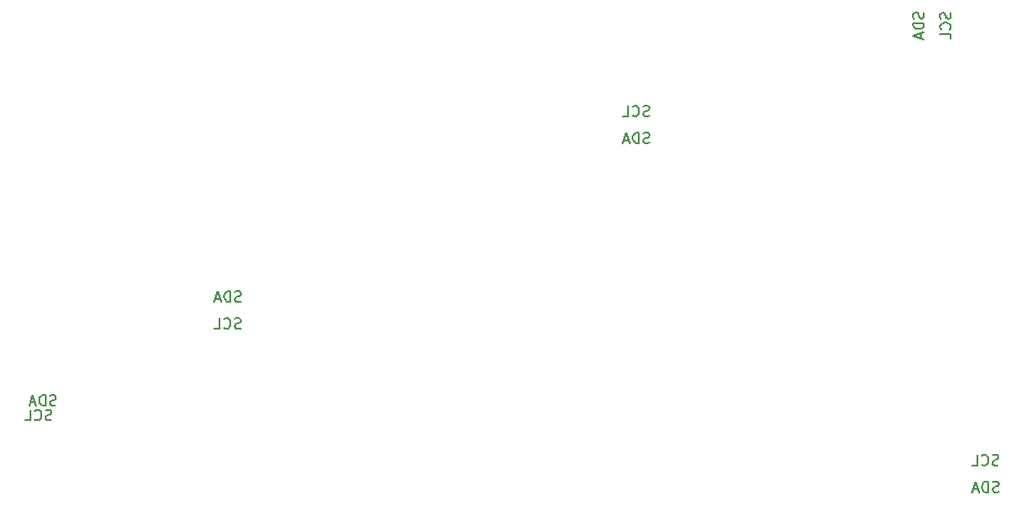
<source format=gbr>
G04 #@! TF.GenerationSoftware,KiCad,Pcbnew,5.1.2-f72e74a~84~ubuntu18.04.1*
G04 #@! TF.CreationDate,2019-06-01T21:14:53+08:00*
G04 #@! TF.ProjectId,esp12-lora-remote-station,65737031-322d-46c6-9f72-612d72656d6f,rev?*
G04 #@! TF.SameCoordinates,Original*
G04 #@! TF.FileFunction,Legend,Bot*
G04 #@! TF.FilePolarity,Positive*
%FSLAX46Y46*%
G04 Gerber Fmt 4.6, Leading zero omitted, Abs format (unit mm)*
G04 Created by KiCad (PCBNEW 5.1.2-f72e74a~84~ubuntu18.04.1) date 2019-06-01 21:14:53*
%MOMM*%
%LPD*%
G04 APERTURE LIST*
%ADD10C,0.150000*%
G04 APERTURE END LIST*
D10*
X71912285Y-87404761D02*
X71769428Y-87452380D01*
X71531333Y-87452380D01*
X71436095Y-87404761D01*
X71388476Y-87357142D01*
X71340857Y-87261904D01*
X71340857Y-87166666D01*
X71388476Y-87071428D01*
X71436095Y-87023809D01*
X71531333Y-86976190D01*
X71721809Y-86928571D01*
X71817047Y-86880952D01*
X71864666Y-86833333D01*
X71912285Y-86738095D01*
X71912285Y-86642857D01*
X71864666Y-86547619D01*
X71817047Y-86500000D01*
X71721809Y-86452380D01*
X71483714Y-86452380D01*
X71340857Y-86500000D01*
X70912285Y-87452380D02*
X70912285Y-86452380D01*
X70674190Y-86452380D01*
X70531333Y-86500000D01*
X70436095Y-86595238D01*
X70388476Y-86690476D01*
X70340857Y-86880952D01*
X70340857Y-87023809D01*
X70388476Y-87214285D01*
X70436095Y-87309523D01*
X70531333Y-87404761D01*
X70674190Y-87452380D01*
X70912285Y-87452380D01*
X69959904Y-87166666D02*
X69483714Y-87166666D01*
X70055142Y-87452380D02*
X69721809Y-86452380D01*
X69388476Y-87452380D01*
X71888476Y-89944761D02*
X71745619Y-89992380D01*
X71507523Y-89992380D01*
X71412285Y-89944761D01*
X71364666Y-89897142D01*
X71317047Y-89801904D01*
X71317047Y-89706666D01*
X71364666Y-89611428D01*
X71412285Y-89563809D01*
X71507523Y-89516190D01*
X71698000Y-89468571D01*
X71793238Y-89420952D01*
X71840857Y-89373333D01*
X71888476Y-89278095D01*
X71888476Y-89182857D01*
X71840857Y-89087619D01*
X71793238Y-89040000D01*
X71698000Y-88992380D01*
X71459904Y-88992380D01*
X71317047Y-89040000D01*
X70317047Y-89897142D02*
X70364666Y-89944761D01*
X70507523Y-89992380D01*
X70602761Y-89992380D01*
X70745619Y-89944761D01*
X70840857Y-89849523D01*
X70888476Y-89754285D01*
X70936095Y-89563809D01*
X70936095Y-89420952D01*
X70888476Y-89230476D01*
X70840857Y-89135238D01*
X70745619Y-89040000D01*
X70602761Y-88992380D01*
X70507523Y-88992380D01*
X70364666Y-89040000D01*
X70317047Y-89087619D01*
X69412285Y-89992380D02*
X69888476Y-89992380D01*
X69888476Y-88992380D01*
X136404761Y-60087714D02*
X136452380Y-60230571D01*
X136452380Y-60468666D01*
X136404761Y-60563904D01*
X136357142Y-60611523D01*
X136261904Y-60659142D01*
X136166666Y-60659142D01*
X136071428Y-60611523D01*
X136023809Y-60563904D01*
X135976190Y-60468666D01*
X135928571Y-60278190D01*
X135880952Y-60182952D01*
X135833333Y-60135333D01*
X135738095Y-60087714D01*
X135642857Y-60087714D01*
X135547619Y-60135333D01*
X135500000Y-60182952D01*
X135452380Y-60278190D01*
X135452380Y-60516285D01*
X135500000Y-60659142D01*
X136452380Y-61087714D02*
X135452380Y-61087714D01*
X135452380Y-61325809D01*
X135500000Y-61468666D01*
X135595238Y-61563904D01*
X135690476Y-61611523D01*
X135880952Y-61659142D01*
X136023809Y-61659142D01*
X136214285Y-61611523D01*
X136309523Y-61563904D01*
X136404761Y-61468666D01*
X136452380Y-61325809D01*
X136452380Y-61087714D01*
X136166666Y-62040095D02*
X136166666Y-62516285D01*
X136452380Y-61944857D02*
X135452380Y-62278190D01*
X136452380Y-62611523D01*
X138944761Y-60111523D02*
X138992380Y-60254380D01*
X138992380Y-60492476D01*
X138944761Y-60587714D01*
X138897142Y-60635333D01*
X138801904Y-60682952D01*
X138706666Y-60682952D01*
X138611428Y-60635333D01*
X138563809Y-60587714D01*
X138516190Y-60492476D01*
X138468571Y-60302000D01*
X138420952Y-60206761D01*
X138373333Y-60159142D01*
X138278095Y-60111523D01*
X138182857Y-60111523D01*
X138087619Y-60159142D01*
X138040000Y-60206761D01*
X137992380Y-60302000D01*
X137992380Y-60540095D01*
X138040000Y-60682952D01*
X138897142Y-61682952D02*
X138944761Y-61635333D01*
X138992380Y-61492476D01*
X138992380Y-61397238D01*
X138944761Y-61254380D01*
X138849523Y-61159142D01*
X138754285Y-61111523D01*
X138563809Y-61063904D01*
X138420952Y-61063904D01*
X138230476Y-61111523D01*
X138135238Y-61159142D01*
X138040000Y-61254380D01*
X137992380Y-61397238D01*
X137992380Y-61492476D01*
X138040000Y-61635333D01*
X138087619Y-61682952D01*
X138992380Y-62587714D02*
X138992380Y-62111523D01*
X137992380Y-62111523D01*
X54414284Y-97204760D02*
X54271427Y-97252379D01*
X54033332Y-97252379D01*
X53938094Y-97204760D01*
X53890475Y-97157141D01*
X53842856Y-97061903D01*
X53842856Y-96966665D01*
X53890475Y-96871427D01*
X53938094Y-96823808D01*
X54033332Y-96776189D01*
X54223808Y-96728570D01*
X54319046Y-96680951D01*
X54366665Y-96633332D01*
X54414284Y-96538094D01*
X54414284Y-96442856D01*
X54366665Y-96347618D01*
X54319046Y-96299999D01*
X54223808Y-96252379D01*
X53985713Y-96252379D01*
X53842856Y-96299999D01*
X53414284Y-97252379D02*
X53414284Y-96252379D01*
X53176189Y-96252379D01*
X53033332Y-96299999D01*
X52938094Y-96395237D01*
X52890475Y-96490475D01*
X52842856Y-96680951D01*
X52842856Y-96823808D01*
X52890475Y-97014284D01*
X52938094Y-97109522D01*
X53033332Y-97204760D01*
X53176189Y-97252379D01*
X53414284Y-97252379D01*
X52461903Y-96966665D02*
X51985713Y-96966665D01*
X52557141Y-97252379D02*
X52223808Y-96252379D01*
X51890475Y-97252379D01*
X53990475Y-98604760D02*
X53847618Y-98652379D01*
X53609522Y-98652379D01*
X53514284Y-98604760D01*
X53466665Y-98557141D01*
X53419046Y-98461903D01*
X53419046Y-98366665D01*
X53466665Y-98271427D01*
X53514284Y-98223808D01*
X53609522Y-98176189D01*
X53799999Y-98128570D01*
X53895237Y-98080951D01*
X53942856Y-98033332D01*
X53990475Y-97938094D01*
X53990475Y-97842856D01*
X53942856Y-97747618D01*
X53895237Y-97699999D01*
X53799999Y-97652379D01*
X53561903Y-97652379D01*
X53419046Y-97699999D01*
X52419046Y-98557141D02*
X52466665Y-98604760D01*
X52609522Y-98652379D01*
X52704760Y-98652379D01*
X52847618Y-98604760D01*
X52942856Y-98509522D01*
X52990475Y-98414284D01*
X53038094Y-98223808D01*
X53038094Y-98080951D01*
X52990475Y-97890475D01*
X52942856Y-97795237D01*
X52847618Y-97699999D01*
X52704760Y-97652379D01*
X52609522Y-97652379D01*
X52466665Y-97699999D01*
X52419046Y-97747618D01*
X51514284Y-98652379D02*
X51990475Y-98652379D01*
X51990475Y-97652379D01*
X110516285Y-72404761D02*
X110373428Y-72452380D01*
X110135333Y-72452380D01*
X110040095Y-72404761D01*
X109992476Y-72357142D01*
X109944857Y-72261904D01*
X109944857Y-72166666D01*
X109992476Y-72071428D01*
X110040095Y-72023809D01*
X110135333Y-71976190D01*
X110325809Y-71928571D01*
X110421047Y-71880952D01*
X110468666Y-71833333D01*
X110516285Y-71738095D01*
X110516285Y-71642857D01*
X110468666Y-71547619D01*
X110421047Y-71500000D01*
X110325809Y-71452380D01*
X110087714Y-71452380D01*
X109944857Y-71500000D01*
X109516285Y-72452380D02*
X109516285Y-71452380D01*
X109278190Y-71452380D01*
X109135333Y-71500000D01*
X109040095Y-71595238D01*
X108992476Y-71690476D01*
X108944857Y-71880952D01*
X108944857Y-72023809D01*
X108992476Y-72214285D01*
X109040095Y-72309523D01*
X109135333Y-72404761D01*
X109278190Y-72452380D01*
X109516285Y-72452380D01*
X108563904Y-72166666D02*
X108087714Y-72166666D01*
X108659142Y-72452380D02*
X108325809Y-71452380D01*
X107992476Y-72452380D01*
X110492476Y-69864761D02*
X110349619Y-69912380D01*
X110111523Y-69912380D01*
X110016285Y-69864761D01*
X109968666Y-69817142D01*
X109921047Y-69721904D01*
X109921047Y-69626666D01*
X109968666Y-69531428D01*
X110016285Y-69483809D01*
X110111523Y-69436190D01*
X110302000Y-69388571D01*
X110397238Y-69340952D01*
X110444857Y-69293333D01*
X110492476Y-69198095D01*
X110492476Y-69102857D01*
X110444857Y-69007619D01*
X110397238Y-68960000D01*
X110302000Y-68912380D01*
X110063904Y-68912380D01*
X109921047Y-68960000D01*
X108921047Y-69817142D02*
X108968666Y-69864761D01*
X109111523Y-69912380D01*
X109206761Y-69912380D01*
X109349619Y-69864761D01*
X109444857Y-69769523D01*
X109492476Y-69674285D01*
X109540095Y-69483809D01*
X109540095Y-69340952D01*
X109492476Y-69150476D01*
X109444857Y-69055238D01*
X109349619Y-68960000D01*
X109206761Y-68912380D01*
X109111523Y-68912380D01*
X108968666Y-68960000D01*
X108921047Y-69007619D01*
X108016285Y-69912380D02*
X108492476Y-69912380D01*
X108492476Y-68912380D01*
X143516285Y-105404761D02*
X143373428Y-105452380D01*
X143135333Y-105452380D01*
X143040095Y-105404761D01*
X142992476Y-105357142D01*
X142944857Y-105261904D01*
X142944857Y-105166666D01*
X142992476Y-105071428D01*
X143040095Y-105023809D01*
X143135333Y-104976190D01*
X143325809Y-104928571D01*
X143421047Y-104880952D01*
X143468666Y-104833333D01*
X143516285Y-104738095D01*
X143516285Y-104642857D01*
X143468666Y-104547619D01*
X143421047Y-104500000D01*
X143325809Y-104452380D01*
X143087714Y-104452380D01*
X142944857Y-104500000D01*
X142516285Y-105452380D02*
X142516285Y-104452380D01*
X142278190Y-104452380D01*
X142135333Y-104500000D01*
X142040095Y-104595238D01*
X141992476Y-104690476D01*
X141944857Y-104880952D01*
X141944857Y-105023809D01*
X141992476Y-105214285D01*
X142040095Y-105309523D01*
X142135333Y-105404761D01*
X142278190Y-105452380D01*
X142516285Y-105452380D01*
X141563904Y-105166666D02*
X141087714Y-105166666D01*
X141659142Y-105452380D02*
X141325809Y-104452380D01*
X140992476Y-105452380D01*
X143492476Y-102864761D02*
X143349619Y-102912380D01*
X143111523Y-102912380D01*
X143016285Y-102864761D01*
X142968666Y-102817142D01*
X142921047Y-102721904D01*
X142921047Y-102626666D01*
X142968666Y-102531428D01*
X143016285Y-102483809D01*
X143111523Y-102436190D01*
X143302000Y-102388571D01*
X143397238Y-102340952D01*
X143444857Y-102293333D01*
X143492476Y-102198095D01*
X143492476Y-102102857D01*
X143444857Y-102007619D01*
X143397238Y-101960000D01*
X143302000Y-101912380D01*
X143063904Y-101912380D01*
X142921047Y-101960000D01*
X141921047Y-102817142D02*
X141968666Y-102864761D01*
X142111523Y-102912380D01*
X142206761Y-102912380D01*
X142349619Y-102864761D01*
X142444857Y-102769523D01*
X142492476Y-102674285D01*
X142540095Y-102483809D01*
X142540095Y-102340952D01*
X142492476Y-102150476D01*
X142444857Y-102055238D01*
X142349619Y-101960000D01*
X142206761Y-101912380D01*
X142111523Y-101912380D01*
X141968666Y-101960000D01*
X141921047Y-102007619D01*
X141016285Y-102912380D02*
X141492476Y-102912380D01*
X141492476Y-101912380D01*
M02*

</source>
